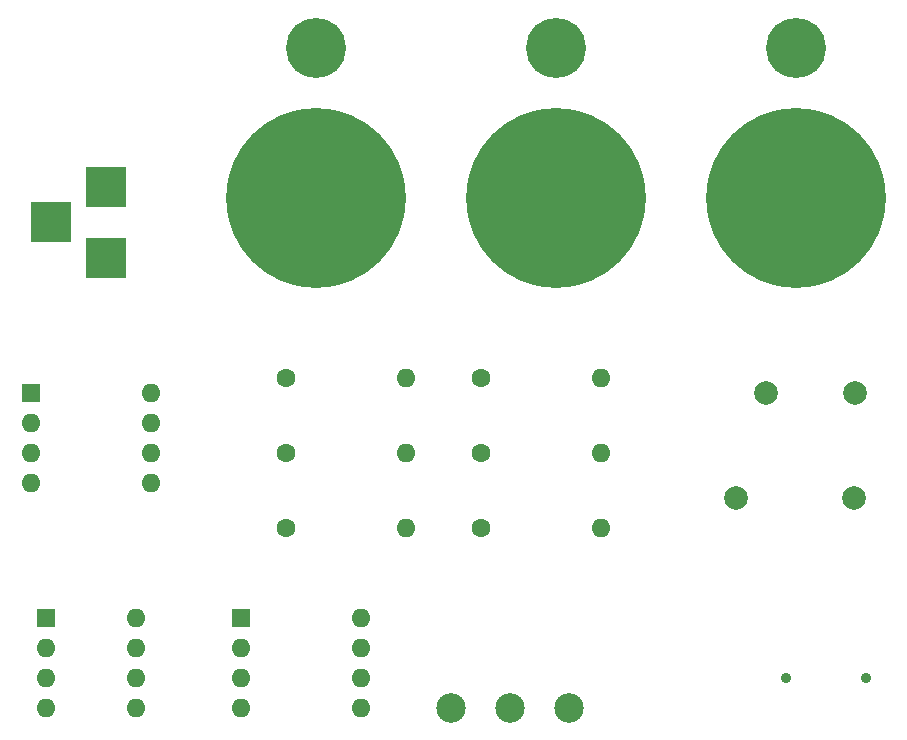
<source format=gbr>
G04 #@! TF.FileFunction,Soldermask,Bot*
%FSLAX46Y46*%
G04 Gerber Fmt 4.6, Leading zero omitted, Abs format (unit mm)*
G04 Created by KiCad (PCBNEW 4.0.7) date 01/14/20 09:17:38*
%MOMM*%
%LPD*%
G01*
G04 APERTURE LIST*
%ADD10C,0.100000*%
%ADD11R,1.600000X1.600000*%
%ADD12O,1.600000X1.600000*%
%ADD13C,2.000000*%
%ADD14C,15.240000*%
%ADD15C,5.080000*%
%ADD16R,3.500000X3.500000*%
%ADD17C,1.600000*%
%ADD18C,2.500000*%
%ADD19C,0.900000*%
G04 APERTURE END LIST*
D10*
D11*
X121920000Y-113030000D03*
D12*
X129540000Y-120650000D03*
X121920000Y-115570000D03*
X129540000Y-118110000D03*
X121920000Y-118110000D03*
X129540000Y-115570000D03*
X121920000Y-120650000D03*
X129540000Y-113030000D03*
D13*
X182880000Y-93980000D03*
X190380000Y-93980000D03*
X180340000Y-102870000D03*
X190340000Y-102870000D03*
D11*
X138430000Y-113030000D03*
D12*
X148590000Y-120650000D03*
X138430000Y-115570000D03*
X148590000Y-118110000D03*
X138430000Y-118110000D03*
X148590000Y-115570000D03*
X138430000Y-120650000D03*
X148590000Y-113030000D03*
D14*
X144780000Y-77470000D03*
D15*
X144780000Y-64770000D03*
D14*
X165100000Y-77470000D03*
D15*
X165100000Y-64770000D03*
D14*
X185420000Y-77470000D03*
D15*
X185420000Y-64770000D03*
D16*
X127000000Y-82550000D03*
X127000000Y-76550000D03*
X122300000Y-79550000D03*
D11*
X120650000Y-93980000D03*
D12*
X130810000Y-101600000D03*
X120650000Y-96520000D03*
X130810000Y-99060000D03*
X120650000Y-99060000D03*
X130810000Y-96520000D03*
X120650000Y-101600000D03*
X130810000Y-93980000D03*
D17*
X142240000Y-92710000D03*
D12*
X152400000Y-92710000D03*
D17*
X158750000Y-92710000D03*
D12*
X168910000Y-92710000D03*
D17*
X142240000Y-99060000D03*
D12*
X152400000Y-99060000D03*
D17*
X158750000Y-99060000D03*
D12*
X168910000Y-99060000D03*
D17*
X142240000Y-105410000D03*
D12*
X152400000Y-105410000D03*
D17*
X158750000Y-105410000D03*
D12*
X168910000Y-105410000D03*
D18*
X161210000Y-120650000D03*
X166210000Y-120650000D03*
X156210000Y-120650000D03*
D19*
X191360000Y-118110000D03*
X184560000Y-118110000D03*
M02*

</source>
